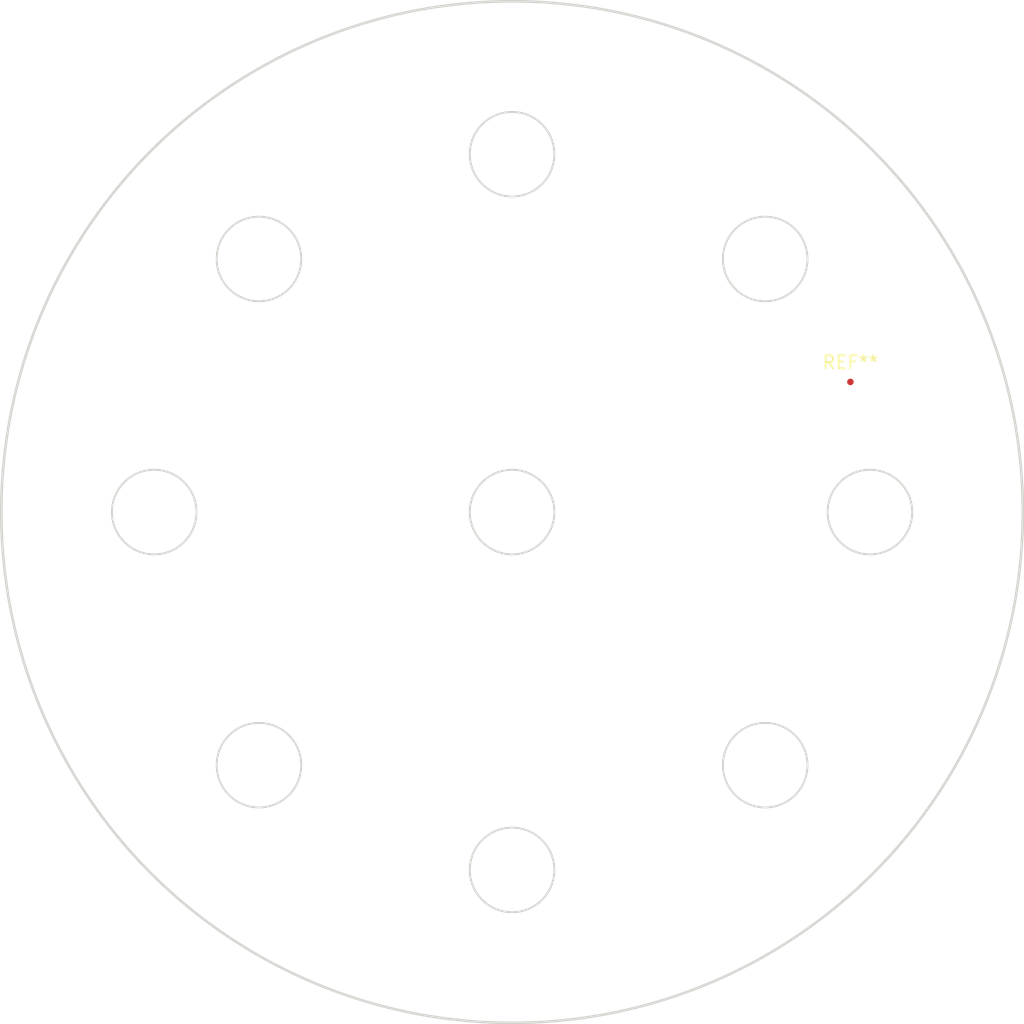
<source format=kicad_pcb>
(kicad_pcb (version 20171130) (host pcbnew 5.0.2-bee76a0~70~ubuntu18.04.1)

  (general
    (thickness 1.6)
    (drawings 12)
    (tracks 0)
    (zones 0)
    (modules 1)
    (nets 1)
  )

  (page A4)
  (layers
    (0 F.Cu signal)
    (31 B.Cu signal)
    (32 B.Adhes user)
    (33 F.Adhes user)
    (34 B.Paste user)
    (35 F.Paste user)
    (36 B.SilkS user)
    (37 F.SilkS user)
    (38 B.Mask user hide)
    (39 F.Mask user hide)
    (40 Dwgs.User user)
    (41 Cmts.User user)
    (42 Eco1.User user)
    (43 Eco2.User user)
    (44 Edge.Cuts user)
    (45 Margin user)
    (46 B.CrtYd user)
    (47 F.CrtYd user)
    (48 B.Fab user)
    (49 F.Fab user)
  )

  (setup
    (last_trace_width 0.25)
    (trace_clearance 0.2)
    (zone_clearance 0.508)
    (zone_45_only no)
    (trace_min 0.2)
    (segment_width 0.2)
    (edge_width 0.15)
    (via_size 0.8)
    (via_drill 0.4)
    (via_min_size 0.4)
    (via_min_drill 0.3)
    (uvia_size 0.3)
    (uvia_drill 0.1)
    (uvias_allowed no)
    (uvia_min_size 0.2)
    (uvia_min_drill 0.1)
    (pcb_text_width 0.3)
    (pcb_text_size 1.5 1.5)
    (mod_edge_width 0.15)
    (mod_text_size 1 1)
    (mod_text_width 0.15)
    (pad_size 1.524 1.524)
    (pad_drill 0.762)
    (pad_to_mask_clearance 0.051)
    (solder_mask_min_width 0.25)
    (aux_axis_origin 0 0)
    (visible_elements FFFFFF7F)
    (pcbplotparams
      (layerselection 0x010f0_ffffffff)
      (usegerberextensions false)
      (usegerberattributes false)
      (usegerberadvancedattributes false)
      (creategerberjobfile false)
      (excludeedgelayer true)
      (linewidth 0.100000)
      (plotframeref false)
      (viasonmask false)
      (mode 1)
      (useauxorigin false)
      (hpglpennumber 1)
      (hpglpenspeed 20)
      (hpglpendiameter 15.000000)
      (psnegative false)
      (psa4output false)
      (plotreference false)
      (plotvalue false)
      (plotinvisibletext false)
      (padsonsilk false)
      (subtractmaskfromsilk false)
      (outputformat 1)
      (mirror false)
      (drillshape 0)
      (scaleselection 1)
      (outputdirectory "../../gerbers/secondary_topload_mount/"))
  )

  (net 0 "")

  (net_class Default "This is the default net class."
    (clearance 0.2)
    (trace_width 0.25)
    (via_dia 0.8)
    (via_drill 0.4)
    (uvia_dia 0.3)
    (uvia_drill 0.1)
  )

  (module Fiducial:Fiducial_0.5mm_Mask1mm (layer F.Cu) (tedit 5C18CB26) (tstamp 5EE9372E)
    (at 126 90)
    (descr "Circular Fiducial, 0.5mm bare copper, 1mm soldermask opening (Level C)")
    (tags fiducial)
    (attr smd)
    (fp_text reference REF** (at 0 -1.5) (layer F.SilkS)
      (effects (font (size 1 1) (thickness 0.15)))
    )
    (fp_text value Fiducial_0.5mm_Mask1mm (at 0 1.5) (layer F.Fab)
      (effects (font (size 1 1) (thickness 0.15)))
    )
    (fp_circle (center 0 0) (end 0.75 0) (layer F.CrtYd) (width 0.05))
    (fp_text user %R (at 0 0) (layer F.Fab)
      (effects (font (size 0.2 0.2) (thickness 0.04)))
    )
    (fp_circle (center 0 0) (end 0.5 0) (layer F.Fab) (width 0.1))
    (pad "" smd circle (at 0 0) (size 0.5 0.5) (layers F.Cu F.Mask)
      (solder_mask_margin 0.25) (clearance 0.25))
  )

  (gr_poly (pts (xy 60 60) (xy 140 60) (xy 140 139) (xy 140 140) (xy 60 140)) (layer B.Mask) (width 0.15) (tstamp 5EE8D518))
  (gr_poly (pts (xy 60 60) (xy 140 60) (xy 140 139) (xy 140 140) (xy 60 140)) (layer F.Mask) (width 0.15))
  (gr_circle (center 80.55 80.55) (end 83.8 80.55) (layer Edge.Cuts) (width 0.15) (tstamp 5EE8D511))
  (gr_circle (center 80.55 119.45) (end 83.8 119.45) (layer Edge.Cuts) (width 0.15) (tstamp 5EE8D50C))
  (gr_circle (center 119.45 119.45) (end 122.7 119.45) (layer Edge.Cuts) (width 0.15) (tstamp 5EE8D4F3))
  (gr_circle (center 119.45 80.55) (end 122.7 80.55) (layer Edge.Cuts) (width 0.15) (tstamp 5EE8D4EC))
  (gr_circle (center 100 127.5) (end 103.25 127.5) (layer Edge.Cuts) (width 0.15) (tstamp 5EE8D4D9))
  (gr_circle (center 127.5 100) (end 130.75 100) (layer Edge.Cuts) (width 0.15) (tstamp 5EE8D4C7))
  (gr_circle (center 72.5 100) (end 75.75 100) (layer Edge.Cuts) (width 0.15) (tstamp 5EE8D4BC))
  (gr_circle (center 100 72.5) (end 103.25 72.5) (layer Edge.Cuts) (width 0.15))
  (gr_circle (center 100 100) (end 103.25 100) (layer Edge.Cuts) (width 0.15))
  (gr_circle (center 100 100) (end 139.25 100) (layer Edge.Cuts) (width 0.2))

)

</source>
